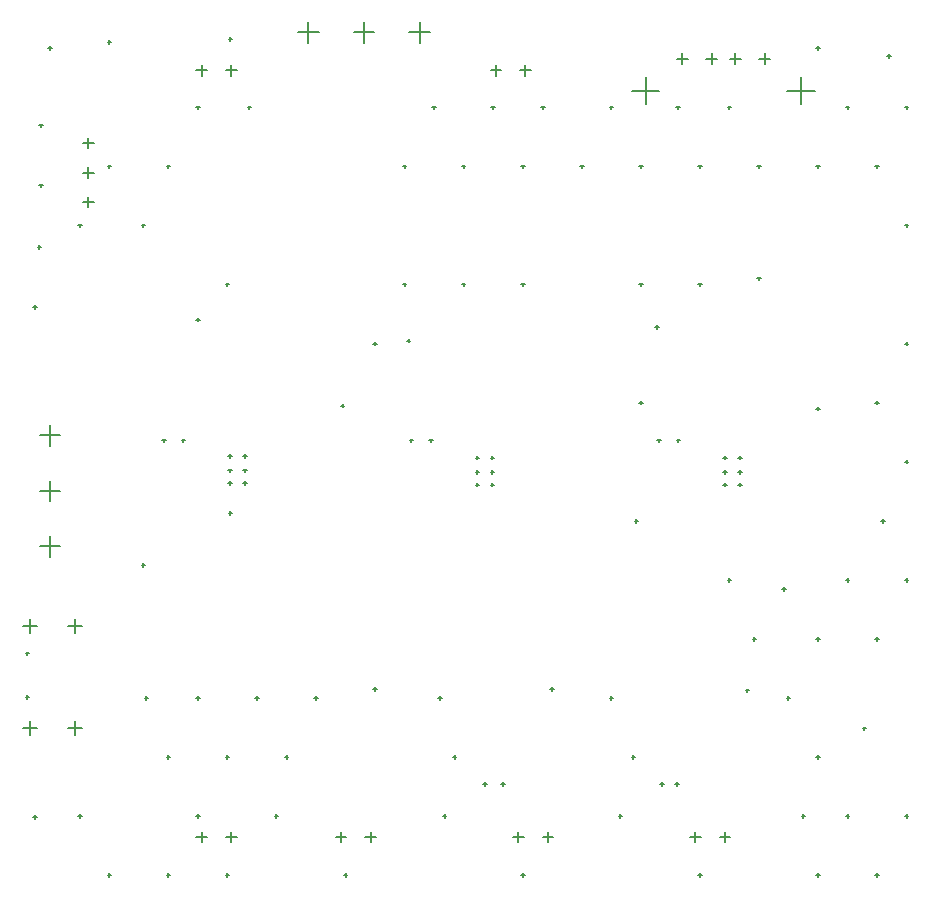
<source format=gbr>
%TF.GenerationSoftware,Altium Limited,Altium Designer,24.5.2 (23)*%
G04 Layer_Color=128*
%FSLAX45Y45*%
%MOMM*%
%TF.SameCoordinates,2470441B-8579-4349-B98B-18B4F8D42BC9*%
%TF.FilePolarity,Positive*%
%TF.FileFunction,Drillmap*%
%TF.Part,Single*%
G01*
G75*
%TA.AperFunction,NonConductor*%
%ADD93C,0.12700*%
D93*
X6213533Y7373018D02*
X6305532D01*
X6259533Y7327018D02*
Y7419018D01*
X6013533Y7373018D02*
X6105532D01*
X6059532Y7327018D02*
Y7419018D01*
X6463533Y7373018D02*
X6555532D01*
X6509533Y7327018D02*
Y7419018D01*
X5763533Y7373018D02*
X5855532D01*
X5809532Y7327018D02*
Y7419018D01*
X6701532Y7102018D02*
X6931532D01*
X6816532Y6987018D02*
Y7217018D01*
X5387533Y7102018D02*
X5617533D01*
X5502533Y6987018D02*
Y7217018D01*
X2877499Y781900D02*
X2967499D01*
X2922499Y736900D02*
Y826900D01*
X3127499Y781900D02*
X3217499D01*
X3172499Y736900D02*
Y826900D01*
X5877499Y781900D02*
X5967499D01*
X5922499Y736900D02*
Y826900D01*
X6127499Y781900D02*
X6217499D01*
X6172499Y736900D02*
Y826900D01*
X4377499Y781900D02*
X4467499D01*
X4422499Y736900D02*
Y826900D01*
X4627499Y781900D02*
X4717499D01*
X4672499Y736900D02*
Y826900D01*
X370700Y3242664D02*
X543700D01*
X457200Y3156164D02*
Y3329164D01*
X370700Y3712664D02*
X543700D01*
X457200Y3626164D02*
Y3799164D01*
X370700Y4182664D02*
X543700D01*
X457200Y4096164D02*
Y4269164D01*
X608300Y2565600D02*
X728300D01*
X668300Y2505600D02*
Y2625600D01*
X608300Y1701600D02*
X728300D01*
X668300Y1641600D02*
Y1761600D01*
X228300Y2565600D02*
X348300D01*
X288300Y2505600D02*
Y2625600D01*
X228300Y1701600D02*
X348300D01*
X288300Y1641600D02*
Y1761600D01*
X2559526Y7594600D02*
X2732526D01*
X2646026Y7508100D02*
Y7681100D01*
X3029526Y7594600D02*
X3202526D01*
X3116026Y7508100D02*
Y7681100D01*
X3499526Y7594600D02*
X3672526D01*
X3586026Y7508100D02*
Y7681100D01*
X1947700Y781900D02*
X2037700D01*
X1992700Y736900D02*
Y826900D01*
X1697700Y781900D02*
X1787700D01*
X1742700Y736900D02*
Y826900D01*
X4188100Y7272100D02*
X4278100D01*
X4233100Y7227100D02*
Y7317100D01*
X4438100Y7272100D02*
X4528100D01*
X4483100Y7227100D02*
Y7317100D01*
X1697700Y7272100D02*
X1787700D01*
X1742700Y7227100D02*
Y7317100D01*
X1947700Y7272100D02*
X2037700D01*
X1992700Y7227100D02*
Y7317100D01*
X736900Y6658100D02*
X826900D01*
X781900Y6613100D02*
Y6703100D01*
X736900Y6408100D02*
X826900D01*
X781900Y6363100D02*
Y6453100D01*
X736900Y6158100D02*
X826900D01*
X781900Y6113100D02*
Y6203100D01*
X7546360Y7396500D02*
X7576840D01*
X7561600Y7381260D02*
Y7411740D01*
X7694760Y6960000D02*
X7725240D01*
X7710000Y6944760D02*
Y6975240D01*
X7444760Y6460000D02*
X7475240D01*
X7460000Y6444760D02*
Y6475240D01*
X7694760Y5960000D02*
X7725240D01*
X7710000Y5944760D02*
Y5975240D01*
X7694760Y4960000D02*
X7725240D01*
X7710000Y4944760D02*
Y4975240D01*
X7444760Y4460000D02*
X7475240D01*
X7460000Y4444760D02*
Y4475240D01*
X7694760Y3960000D02*
X7725240D01*
X7710000Y3944760D02*
Y3975240D01*
X7495560Y3460000D02*
X7526040D01*
X7510800Y3444760D02*
Y3475240D01*
X7694760Y2960000D02*
X7725240D01*
X7710000Y2944760D02*
Y2975240D01*
X7444760Y2460000D02*
X7475240D01*
X7460000Y2444760D02*
Y2475240D01*
X7694760Y960000D02*
X7725240D01*
X7710000Y944760D02*
Y975240D01*
X7444760Y460000D02*
X7475240D01*
X7460000Y444760D02*
Y475240D01*
X6944760Y7460000D02*
X6975240D01*
X6960000Y7444760D02*
Y7475240D01*
X7194760Y6960000D02*
X7225240D01*
X7210000Y6944760D02*
Y6975240D01*
X6944760Y6460000D02*
X6975240D01*
X6960000Y6444760D02*
Y6475240D01*
X6944760Y4409200D02*
X6975240D01*
X6960000Y4393960D02*
Y4424440D01*
X7194760Y2960000D02*
X7225240D01*
X7210000Y2944760D02*
Y2975240D01*
X6944760Y2460000D02*
X6975240D01*
X6960000Y2444760D02*
Y2475240D01*
X6944760Y1460000D02*
X6975240D01*
X6960000Y1444760D02*
Y1475240D01*
X7194760Y960000D02*
X7225240D01*
X7210000Y944760D02*
Y975240D01*
X6944760Y460000D02*
X6975240D01*
X6960000Y444760D02*
Y475240D01*
X6444760Y6460000D02*
X6475240D01*
X6460000Y6444760D02*
Y6475240D01*
X6444760Y5510800D02*
X6475240D01*
X6460000Y5495560D02*
Y5526040D01*
X6656660Y2883800D02*
X6687140D01*
X6671900Y2868560D02*
Y2899040D01*
X6406660Y2460000D02*
X6437140D01*
X6421900Y2444760D02*
Y2475240D01*
X6694760Y1960000D02*
X6725240D01*
X6710000Y1944760D02*
Y1975240D01*
X6821760Y960000D02*
X6852240D01*
X6837000Y944760D02*
Y975240D01*
X6194760Y6960000D02*
X6225240D01*
X6210000Y6944760D02*
Y6975240D01*
X5944760Y6460000D02*
X5975240D01*
X5960000Y6444760D02*
Y6475240D01*
X5944760Y5460000D02*
X5975240D01*
X5960000Y5444760D02*
Y5475240D01*
X6194760Y2960000D02*
X6225240D01*
X6210000Y2944760D02*
Y2975240D01*
X6347160Y2023500D02*
X6377640D01*
X6362400Y2008260D02*
Y2038740D01*
X5944760Y460000D02*
X5975240D01*
X5960000Y444760D02*
Y475240D01*
X5758260Y6960000D02*
X5788740D01*
X5773500Y6944760D02*
Y6975240D01*
X5444760Y6460000D02*
X5475240D01*
X5460000Y6444760D02*
Y6475240D01*
X5444760Y5460000D02*
X5475240D01*
X5460000Y5444760D02*
Y5475240D01*
X5580460Y5099700D02*
X5610940D01*
X5595700Y5084460D02*
Y5114940D01*
X5444760Y4460000D02*
X5475240D01*
X5460000Y4444760D02*
Y4475240D01*
X5406660Y3460000D02*
X5437140D01*
X5421900Y3444760D02*
Y3475240D01*
X5381260Y1460000D02*
X5411740D01*
X5396500Y1444760D02*
Y1475240D01*
X5194760Y6960000D02*
X5225240D01*
X5210000Y6944760D02*
Y6975240D01*
X4944760Y6460000D02*
X4975240D01*
X4960000Y6444760D02*
Y6475240D01*
X5194760Y1960000D02*
X5225240D01*
X5210000Y1944760D02*
Y1975240D01*
X5270960Y960000D02*
X5301440D01*
X5286200Y944760D02*
Y975240D01*
X4618560Y6960000D02*
X4649040D01*
X4633800Y6944760D02*
Y6975240D01*
X4444760Y6460000D02*
X4475240D01*
X4460000Y6444760D02*
Y6475240D01*
X4444760Y5460000D02*
X4475240D01*
X4460000Y5444760D02*
Y5475240D01*
X4694760Y2036200D02*
X4725240D01*
X4710000Y2020960D02*
Y2051440D01*
X4444760Y460000D02*
X4475240D01*
X4460000Y444760D02*
Y475240D01*
X4194760Y6960000D02*
X4225240D01*
X4210000Y6944760D02*
Y6975240D01*
X3944760Y6460000D02*
X3975240D01*
X3960000Y6444760D02*
Y6475240D01*
X3944760Y5460000D02*
X3975240D01*
X3960000Y5444760D02*
Y5475240D01*
X3868560Y1460000D02*
X3899040D01*
X3883800Y1444760D02*
Y1475240D01*
X3694760Y6960000D02*
X3725240D01*
X3710000Y6944760D02*
Y6975240D01*
X3444760Y6460000D02*
X3475240D01*
X3460000Y6444760D02*
Y6475240D01*
X3444760Y5460000D02*
X3475240D01*
X3460000Y5444760D02*
Y5475240D01*
X3478860Y4985400D02*
X3509340D01*
X3494100Y4970160D02*
Y5000640D01*
X3745560Y1960000D02*
X3776040D01*
X3760800Y1944760D02*
Y1975240D01*
X3783660Y960000D02*
X3814140D01*
X3798900Y944760D02*
Y975240D01*
X3194760Y4960000D02*
X3225240D01*
X3210000Y4944760D02*
Y4975240D01*
X2919360Y4434600D02*
X2949840D01*
X2934600Y4419360D02*
Y4449840D01*
X3194760Y2036200D02*
X3225240D01*
X3210000Y2020960D02*
Y2051440D01*
X2944760Y460000D02*
X2975240D01*
X2960000Y444760D02*
Y475240D01*
X2694760Y1960000D02*
X2725240D01*
X2710000Y1944760D02*
Y1975240D01*
X2444760Y1460000D02*
X2475240D01*
X2460000Y1444760D02*
Y1475240D01*
X1970160Y7536200D02*
X2000640D01*
X1985400Y7520960D02*
Y7551440D01*
X2131260Y6960000D02*
X2161740D01*
X2146500Y6944760D02*
Y6975240D01*
X1944760Y5460000D02*
X1975240D01*
X1960000Y5444760D02*
Y5475240D01*
X1970160Y3523500D02*
X2000640D01*
X1985400Y3508260D02*
Y3538740D01*
X2194760Y1960000D02*
X2225240D01*
X2210000Y1944760D02*
Y1975240D01*
X1944760Y1460000D02*
X1975240D01*
X1960000Y1444760D02*
Y1475240D01*
X2359860Y960000D02*
X2390340D01*
X2375100Y944760D02*
Y975240D01*
X1944760Y460000D02*
X1975240D01*
X1960000Y444760D02*
Y475240D01*
X1694760Y6960000D02*
X1725240D01*
X1710000Y6944760D02*
Y6975240D01*
X1444760Y6460000D02*
X1475240D01*
X1460000Y6444760D02*
Y6475240D01*
X1694760Y5163200D02*
X1725240D01*
X1710000Y5147960D02*
Y5178440D01*
X1694760Y1960000D02*
X1725240D01*
X1710000Y1944760D02*
Y1975240D01*
X1444760Y1460000D02*
X1475240D01*
X1460000Y1444760D02*
Y1475240D01*
X1694760Y960000D02*
X1725240D01*
X1710000Y944760D02*
Y975240D01*
X1444760Y460000D02*
X1475240D01*
X1460000Y444760D02*
Y475240D01*
X944760Y7510800D02*
X975240D01*
X960000Y7495560D02*
Y7526040D01*
X944760Y6460000D02*
X975240D01*
X960000Y6444760D02*
Y6475240D01*
X1232860Y5960000D02*
X1263340D01*
X1248100Y5944760D02*
Y5975240D01*
X1232860Y3087000D02*
X1263340D01*
X1248100Y3071760D02*
Y3102240D01*
X1258260Y1960000D02*
X1288740D01*
X1273500Y1944760D02*
Y1975240D01*
X944760Y460000D02*
X975240D01*
X960000Y444760D02*
Y475240D01*
X444760Y7460000D02*
X475240D01*
X460000Y7444760D02*
Y7475240D01*
X694760Y5960000D02*
X725240D01*
X710000Y5944760D02*
Y5975240D01*
X694760Y960000D02*
X725240D01*
X710000Y944760D02*
Y975240D01*
X6156960Y3995100D02*
X6187440D01*
X6172200Y3979860D02*
Y4010340D01*
X6283960Y3995100D02*
X6314440D01*
X6299200Y3979860D02*
Y4010340D01*
X6283960Y3766500D02*
X6314440D01*
X6299200Y3751260D02*
Y3781740D01*
X6156960Y3766500D02*
X6187440D01*
X6172200Y3751260D02*
Y3781740D01*
X6156960Y3873500D02*
X6187440D01*
X6172200Y3858260D02*
Y3888740D01*
X6283960Y3873500D02*
X6314440D01*
X6299200Y3858260D02*
Y3888740D01*
X4061460Y3995100D02*
X4091940D01*
X4076700Y3979860D02*
Y4010340D01*
X4188460Y3873500D02*
X4218940D01*
X4203700Y3858260D02*
Y3888740D01*
X4061460Y3766500D02*
X4091940D01*
X4076700Y3751260D02*
Y3781740D01*
X4188460Y3766500D02*
X4218940D01*
X4203700Y3751260D02*
Y3781740D01*
X4188460Y3995100D02*
X4218940D01*
X4203700Y3979860D02*
Y4010340D01*
X4061460Y3873500D02*
X4091940D01*
X4076700Y3858260D02*
Y3888740D01*
X2092960Y3886200D02*
X2123440D01*
X2108200Y3870960D02*
Y3901440D01*
X1965960Y3886200D02*
X1996440D01*
X1981200Y3870960D02*
Y3901440D01*
X1965960Y3779200D02*
X1996440D01*
X1981200Y3763960D02*
Y3794440D01*
X2092960Y3779200D02*
X2123440D01*
X2108200Y3763960D02*
Y3794440D01*
X7338060Y1701800D02*
X7368540D01*
X7353300Y1686560D02*
Y1717040D01*
X365760Y6807200D02*
X396240D01*
X381000Y6791960D02*
Y6822440D01*
X314960Y952500D02*
X345440D01*
X330200Y937260D02*
Y967740D01*
X251460Y1968500D02*
X281940D01*
X266700Y1953260D02*
Y1983740D01*
X251460Y2336800D02*
X281940D01*
X266700Y2321560D02*
Y2352040D01*
X314960Y5270500D02*
X345440D01*
X330200Y5255260D02*
Y5285740D01*
X353060Y5778500D02*
X383540D01*
X368300Y5763260D02*
Y5793740D01*
X365760Y6299200D02*
X396240D01*
X381000Y6283960D02*
Y6314440D01*
X5750560Y1231900D02*
X5781040D01*
X5765800Y1216660D02*
Y1247140D01*
X5623560Y1231900D02*
X5654040D01*
X5638800Y1216660D02*
Y1247140D01*
X4277360Y1231900D02*
X4307840D01*
X4292600Y1216660D02*
Y1247140D01*
X4124960Y1231900D02*
X4155440D01*
X4140200Y1216660D02*
Y1247140D01*
X5763260Y4140200D02*
X5793740D01*
X5778500Y4124960D02*
Y4155440D01*
X5598160Y4140200D02*
X5628640D01*
X5613400Y4124960D02*
Y4155440D01*
X3667760Y4140200D02*
X3698240D01*
X3683000Y4124960D02*
Y4155440D01*
X3502660Y4140200D02*
X3533140D01*
X3517900Y4124960D02*
Y4155440D01*
X1407160Y4140200D02*
X1437640D01*
X1422400Y4124960D02*
Y4155440D01*
X1572260Y4140200D02*
X1602740D01*
X1587500Y4124960D02*
Y4155440D01*
X2092960Y4007800D02*
X2123440D01*
X2108200Y3992560D02*
Y4023040D01*
X1965960Y4007800D02*
X1996440D01*
X1981200Y3992560D02*
Y4023040D01*
%TF.MD5,07adac711678da0d354214d26bdb5ee8*%
M02*

</source>
